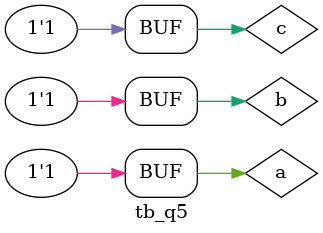
<source format=v>
module q5(input a , input b , input c , output d);

wire enable;
wire d1 , d2;
or #1 o1(enable , a , b);
bufif1 #1 b1(d1, c, enable);
and #1 a1(d2 , a, b);

assign d = d1;
assign d = d2;

endmodule

module tb_q5;

reg a,b,c;
wire d;
q5 dummy(.a(a) , .b(b), .c(c) , .d(d));

initial begin
	
	a = 0;b= 0; c = 1;
	$monitor(" a: %b | b: %b | c: %b | d: %b | time:%0t", a, b, c, d , $time);
	#2
	a = 0;b= 0; c = 1;
	#2
	a = 1; b = 0; c = 0; 
	#2
	a = 0; b = 0; c = 0; 
	#2
	a= 0 ; b =1 ; c = 1;
	#1
	a = 1;b =1;c =1;
	
end

endmodule
</source>
